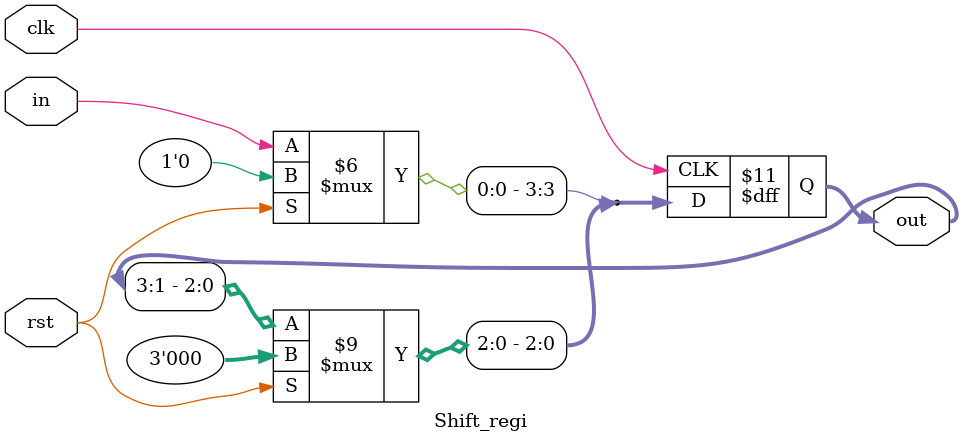
<source format=v>


`timescale 1ns / 1ps
module Shift_regi(
input clk, rst, in,
output [3:0] out
    );
    reg [3:0] out;
    initial out = 4'b0000;
    always@(posedge clk) begin
    if(rst == 1'b1) out = 4'b0000;
    else begin
    out = out >> 1;
    out[3] = in;
    end
    end
endmodule

</source>
